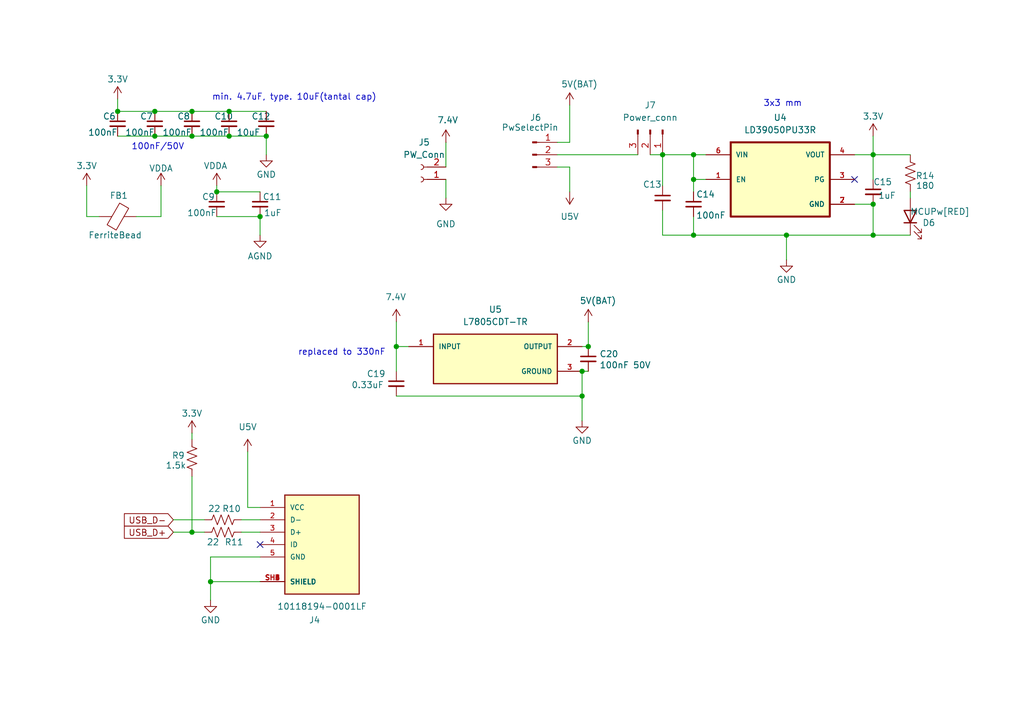
<source format=kicad_sch>
(kicad_sch (version 20231120) (generator "eeschema") (generator_version "8.0")
  (paper "A5")
  (lib_symbols
    (symbol "10118194-0001LF:10118194-0001LF" (pin_names (offset 1.016))
      (property "Reference" "J" (at -7.62 10.922 0))
      (property "Value" "10118194-0001LF" (at -7.62 -12.7 0))
      (symbol "10118194-0001LF_0_0"
        (rectangle (start -7.62 -10.16) (end 7.62 10.16) (stroke (width 0.254)) (fill (type background)))
        (pin power_in line (at -12.7 7.62 0) (length 5.08) (name "VCC") (number "1"))
        (pin bidirectional line (at -12.7 5.08 0) (length 5.08) (name "D-") (number "2"))
        (pin bidirectional line (at -12.7 2.54 0) (length 5.08) (name "D+") (number "3"))
        (pin bidirectional line (at -12.7 0 0) (length 5.08) (name "ID") (number "4"))
        (pin power_in line (at -12.7 -2.54 0) (length 5.08) (name "GND") (number "5"))
        (pin passive line (at -12.7 -7.62 0) (length 5.08) (name "SHIELD") (number "SH1"))
        (pin passive line (at -12.7 -7.62 0) (length 5.08) (name "SHIELD") (number "SH2"))
        (pin passive line (at -12.7 -7.62 0) (length 5.08) (name "SHIELD") (number "SH3"))
        (pin passive line (at -12.7 -7.62 0) (length 5.08) (name "SHIELD") (number "SH4"))
        (pin passive line (at -12.7 -7.62 0) (length 5.08) (name "SHIELD") (number "SH5"))
        (pin passive line (at -12.7 -7.62 0) (length 5.08) (name "SHIELD") (number "SH6"))
      )
    )
    (symbol "Connector:Conn_01x02_Socket" (pin_names (offset 1.016) hide)
      (property "Reference" "J" (at 0 2.54 0))
      (property "Value" "Conn_01x02_Socket" (at 0 -5.08 0))
      (symbol "Conn_01x02_Socket_1_1"
        (arc (start 0 -2.032) (mid -0.5058 -2.54) (end 0 -3.048) (stroke (width 0.1524)))
        (polyline (pts (xy -1.27 -2.54) (xy -0.508 -2.54)) (stroke (width 0.1524)))
        (polyline (pts (xy -1.27 0) (xy -0.508 0)) (stroke (width 0.1524)))
        (arc (start 0 0.508) (mid -0.5058 0) (end 0 -0.508) (stroke (width 0.1524)))
        (pin passive line (at -5.08 0 0) (length 3.81) (name "Pin_1") (number "1"))
        (pin passive line (at -5.08 -2.54 0) (length 3.81) (name "Pin_2") (number "2"))
      )
    )
    (symbol "Connector:Conn_01x03_Pin" (pin_names (offset 1.016) hide)
      (property "Reference" "J" (at 0 5.08 0))
      (property "Value" "Conn_01x03_Pin" (at 0 -5.08 0))
      (symbol "Conn_01x03_Pin_1_1"
        (polyline (pts (xy 1.27 -2.54) (xy 0.8636 -2.54)) (stroke (width 0.1524)))
        (polyline (pts (xy 1.27 0) (xy 0.8636 0)) (stroke (width 0.1524)))
        (polyline (pts (xy 1.27 2.54) (xy 0.8636 2.54)) (stroke (width 0.1524)))
        (rectangle (start 0.8636 -2.413) (end 0 -2.667) (stroke (width 0.1524)) (fill (type outline)))
        (rectangle (start 0.8636 0.127) (end 0 -0.127) (stroke (width 0.1524)) (fill (type outline)))
        (rectangle (start 0.8636 2.667) (end 0 2.413) (stroke (width 0.1524)) (fill (type outline)))
        (pin passive line (at 5.08 2.54 180) (length 3.81) (name "Pin_1") (number "1"))
        (pin passive line (at 5.08 0 180) (length 3.81) (name "Pin_2") (number "2"))
        (pin passive line (at 5.08 -2.54 180) (length 3.81) (name "Pin_3") (number "3"))
      )
    )
    (symbol "Device:C_Small" (pin_numbers hide) (pin_names (offset 0.254) hide)
      (property "Reference" "C" (at 0.254 1.778 0))
      (property "Value" "C_Small" (at 0.254 -2.032 0))
      (symbol "C_Small_0_1"
        (polyline (pts (xy -1.524 -0.508) (xy 1.524 -0.508)) (stroke (width 0.3302)))
        (polyline (pts (xy -1.524 0.508) (xy 1.524 0.508)) (stroke (width 0.3048)))
      )
      (symbol "C_Small_1_1"
        (pin passive line (at 0 2.54 270) (length 2.032) (name "~") (number "1"))
        (pin passive line (at 0 -2.54 90) (length 2.032) (name "~") (number "2"))
      )
    )
    (symbol "Device:FerriteBead" (pin_numbers hide) (pin_names (offset 0))
      (property "Reference" "FB" (at -3.81 0.635 90))
      (property "Value" "FerriteBead" (at 3.81 0 90))
      (symbol "FerriteBead_0_1"
        (polyline (pts (xy 0 -1.27) (xy 0 -1.2192)))
        (polyline (pts (xy 0 1.27) (xy 0 1.2954)))
        (polyline (pts (xy -2.7686 0.4064) (xy -1.7018 2.2606) (xy 2.7686 -0.3048) (xy 1.6764 -2.159) (xy -2.7686 0.4064)))
      )
      (symbol "FerriteBead_1_1"
        (pin passive line (at 0 3.81 270) (length 2.54) (name "~") (number "1"))
        (pin passive line (at 0 -3.81 90) (length 2.54) (name "~") (number "2"))
      )
    )
    (symbol "Device:LED" (pin_numbers hide) (pin_names (offset 1.016) hide)
      (property "Reference" "D" (at 0 2.54 0))
      (property "Value" "LED" (at 0 -2.54 0))
      (symbol "LED_0_1"
        (polyline (pts (xy -1.27 -1.27) (xy -1.27 1.27)) (stroke (width 0.254)))
        (polyline (pts (xy -1.27 0) (xy 1.27 0)))
        (polyline (pts (xy 1.27 -1.27) (xy 1.27 1.27) (xy -1.27 0) (xy 1.27 -1.27)) (stroke (width 0.254)))
        (polyline (pts (xy -3.048 -0.762) (xy -4.572 -2.286) (xy -3.81 -2.286) (xy -4.572 -2.286) (xy -4.572 -1.524)))
        (polyline (pts (xy -1.778 -0.762) (xy -3.302 -2.286) (xy -2.54 -2.286) (xy -3.302 -2.286) (xy -3.302 -1.524)))
      )
      (symbol "LED_1_1"
        (pin passive line (at -3.81 0 0) (length 2.54) (name "K") (number "1"))
        (pin passive line (at 3.81 0 180) (length 2.54) (name "A") (number "2"))
      )
    )
    (symbol "Device:R_US" (pin_numbers hide) (pin_names (offset 0))
      (property "Reference" "R" (at 2.54 0 90))
      (property "Value" "R_US" (at -2.54 0 90))
      (symbol "R_US_0_1"
        (polyline (pts (xy 0 -2.286) (xy 0 -2.54)))
        (polyline (pts (xy 0 2.286) (xy 0 2.54)))
        (polyline (pts (xy 0 -0.762) (xy 1.016 -1.143) (xy 0 -1.524) (xy -1.016 -1.905) (xy 0 -2.286)))
        (polyline (pts (xy 0 0.762) (xy 1.016 0.381) (xy 0 0) (xy -1.016 -0.381) (xy 0 -0.762)))
        (polyline (pts (xy 0 2.286) (xy 1.016 1.905) (xy 0 1.524) (xy -1.016 1.143) (xy 0 0.762)))
      )
      (symbol "R_US_1_1"
        (pin passive line (at 0 3.81 270) (length 1.27) (name "~") (number "1"))
        (pin passive line (at 0 -3.81 90) (length 1.27) (name "~") (number "2"))
      )
    )
    (symbol "L7805CDT-TR:L7805CDT-TR" (pin_names (offset 1.016))
      (property "Reference" "U" (at -12.7 5.588 0))
      (property "Value" "L7805CDT-TR" (at -12.7 -7.62 0))
      (symbol "L7805CDT-TR_0_0"
        (rectangle (start -12.7 -5.08) (end 12.7 5.08) (stroke (width 0.254)) (fill (type background)))
        (pin input line (at -17.78 2.54 0) (length 5.08) (name "INPUT") (number "1"))
        (pin output line (at 17.78 2.54 180) (length 5.08) (name "OUTPUT") (number "2"))
        (pin power_in line (at 17.78 -2.54 180) (length 5.08) (name "GROUND") (number "3"))
      )
    )
    (symbol "LD39050PU33R:LD39050PU33R" (pin_names (offset 1.016))
      (property "Reference" "U" (at -10.16 8.62 0))
      (property "Value" "LD39050PU33R" (at -10.16 -11.62 0))
      (symbol "LD39050PU33R_0_0"
        (rectangle (start -10.16 -7.62) (end 10.16 7.62) (stroke (width 0.41)) (fill (type background)))
        (pin input line (at -15.24 0 0) (length 5.08) (name "EN") (number "1"))
        (pin power_in line (at 15.24 -5.08 180) (length 5.08) (name "GND") (number "2"))
        (pin bidirectional line (at 15.24 0 180) (length 5.08) (name "PG") (number "3"))
        (pin output line (at 15.24 5.08 180) (length 5.08) (name "VOUT") (number "4"))
        (pin power_in line (at -15.24 5.08 0) (length 5.08) (name "VIN") (number "6"))
        (pin power_in line (at 15.24 -5.08 180) (length 5.08) (name "GND") (number "7"))
      )
    )
    (symbol "power:GND" (power) (pin_numbers hide) (pin_names (offset 0) hide)
      (property "Value" "GND" (at 0 -3.81 0))
      (symbol "GND_0_1"
        (polyline (pts (xy 0 0) (xy 0 -1.27) (xy 1.27 -1.27) (xy 0 -2.54) (xy -1.27 -1.27) (xy 0 -1.27)))
      )
      (symbol "GND_1_1"
        (pin power_in line (at 0 0 270) (length 0) (name "~") (number "1"))
      )
    )
    (symbol "power:VCC" (power) (pin_numbers hide) (pin_names (offset 0) hide)
      (property "Value" "VCC" (at 0 3.556 0))
      (symbol "VCC_0_1"
        (polyline (pts (xy -0.762 1.27) (xy 0 2.54)))
        (polyline (pts (xy 0 0) (xy 0 2.54)))
        (polyline (pts (xy 0 2.54) (xy 0.762 1.27)))
      )
      (symbol "VCC_1_1"
        (pin power_in line (at 0 0 90) (length 0) (name "~") (number "1"))
      )
    )
    (symbol "power:VDD" (power) (pin_numbers hide) (pin_names (offset 0) hide)
      (property "Value" "VDD" (at 0 3.556 0))
      (symbol "VDD_0_1"
        (polyline (pts (xy -0.762 1.27) (xy 0 2.54)))
        (polyline (pts (xy 0 0) (xy 0 2.54)))
        (polyline (pts (xy 0 2.54) (xy 0.762 1.27)))
      )
      (symbol "VDD_1_1"
        (pin power_in line (at 0 0 90) (length 0) (name "~") (number "1"))
      )
    )
  )
  (junction (at 142.24 31.75))
  (junction (at 31.75 22.86))
  (junction (at 53.34 44.45))
  (junction (at 119.38 81.28))
  (junction (at 135.89 31.75))
  (junction (at 44.45 39.37))
  (junction (at 179.07 41.91))
  (junction (at 24.13 22.86))
  (junction (at 142.24 48.26))
  (junction (at 120.65 71.12))
  (junction (at 81.28 71.12))
  (junction (at 39.37 27.94))
  (junction (at 119.38 76.2))
  (junction (at 43.18 119.38))
  (junction (at 39.37 22.86))
  (junction (at 179.07 31.75))
  (junction (at 54.61 27.94))
  (junction (at 46.99 27.94))
  (junction (at 31.75 27.94))
  (junction (at 39.37 109.22))
  (junction (at 142.24 36.83))
  (junction (at 46.99 22.86))
  (junction (at 179.07 48.26))
  (junction (at 161.29 48.26))
  (no_connect (at 175.26 36.83))
  (no_connect (at 53.34 111.76))
  (wire (pts (xy 49.53 109.22) (xy 53.34 109.22)))
  (wire (pts (xy 116.84 29.21) (xy 114.3 29.21)))
  (wire (pts (xy 50.8 104.14) (xy 53.34 104.14)))
  (wire (pts (xy 39.37 109.22) (xy 41.91 109.22)))
  (wire (pts (xy 179.07 31.75) (xy 186.69 31.75)))
  (wire (pts (xy 43.18 123.19) (xy 43.18 119.38)))
  (wire (pts (xy 175.26 41.91) (xy 179.07 41.91)))
  (wire (pts (xy 35.56 109.22) (xy 39.37 109.22)))
  (wire (pts (xy 39.37 88.9) (xy 39.37 90.17)))
  (wire (pts (xy 24.13 22.86) (xy 31.75 22.86)))
  (wire (pts (xy 142.24 48.26) (xy 161.29 48.26)))
  (wire (pts (xy 53.34 48.26) (xy 53.34 44.45)))
  (wire (pts (xy 119.38 81.28) (xy 119.38 86.36)))
  (wire (pts (xy 33.02 44.45) (xy 27.94 44.45)))
  (wire (pts (xy 39.37 27.94) (xy 46.99 27.94)))
  (wire (pts (xy 39.37 97.79) (xy 39.37 109.22)))
  (wire (pts (xy 35.56 106.68) (xy 41.91 106.68)))
  (wire (pts (xy 39.37 22.86) (xy 46.99 22.86)))
  (wire (pts (xy 133.35 31.75) (xy 135.89 31.75)))
  (wire (pts (xy 114.3 31.75) (xy 130.81 31.75)))
  (wire (pts (xy 135.89 43.18) (xy 135.89 48.26)))
  (wire (pts (xy 116.84 21.59) (xy 116.84 29.21)))
  (wire (pts (xy 119.38 76.2) (xy 120.65 76.2)))
  (wire (pts (xy 43.18 119.38) (xy 43.18 114.3)))
  (wire (pts (xy 49.53 106.68) (xy 53.34 106.68)))
  (wire (pts (xy 186.69 39.37) (xy 186.69 40.64)))
  (wire (pts (xy 135.89 48.26) (xy 142.24 48.26)))
  (wire (pts (xy 91.44 36.83) (xy 91.44 40.64)))
  (wire (pts (xy 44.45 39.37) (xy 53.34 39.37)))
  (wire (pts (xy 31.75 22.86) (xy 39.37 22.86)))
  (wire (pts (xy 46.99 27.94) (xy 54.61 27.94)))
  (wire (pts (xy 31.75 27.94) (xy 39.37 27.94)))
  (wire (pts (xy 33.02 44.45) (xy 33.02 38.1)))
  (wire (pts (xy 142.24 36.83) (xy 144.78 36.83)))
  (wire (pts (xy 43.18 114.3) (xy 53.34 114.3)))
  (wire (pts (xy 179.07 27.94) (xy 179.07 31.75)))
  (wire (pts (xy 81.28 66.04) (xy 81.28 71.12)))
  (wire (pts (xy 142.24 36.83) (xy 142.24 39.37)))
  (wire (pts (xy 161.29 48.26) (xy 179.07 48.26)))
  (wire (pts (xy 24.13 27.94) (xy 31.75 27.94)))
  (wire (pts (xy 91.44 29.21) (xy 91.44 34.29)))
  (wire (pts (xy 50.8 92.71) (xy 50.8 104.14)))
  (wire (pts (xy 17.78 44.45) (xy 20.32 44.45)))
  (wire (pts (xy 120.65 71.12) (xy 119.38 71.12)))
  (wire (pts (xy 44.45 44.45) (xy 53.34 44.45)))
  (wire (pts (xy 179.07 31.75) (xy 175.26 31.75)))
  (wire (pts (xy 17.78 38.1) (xy 17.78 44.45)))
  (wire (pts (xy 116.84 34.29) (xy 114.3 34.29)))
  (wire (pts (xy 81.28 71.12) (xy 81.28 76.2)))
  (wire (pts (xy 43.18 119.38) (xy 53.34 119.38)))
  (wire (pts (xy 135.89 31.75) (xy 142.24 31.75)))
  (wire (pts (xy 179.07 48.26) (xy 186.69 48.26)))
  (wire (pts (xy 54.61 31.75) (xy 54.61 27.94)))
  (wire (pts (xy 24.13 20.32) (xy 24.13 22.86)))
  (wire (pts (xy 116.84 39.37) (xy 116.84 34.29)))
  (wire (pts (xy 120.65 66.04) (xy 120.65 71.12)))
  (wire (pts (xy 179.07 48.26) (xy 179.07 41.91)))
  (wire (pts (xy 142.24 31.75) (xy 144.78 31.75)))
  (wire (pts (xy 44.45 38.1) (xy 44.45 39.37)))
  (wire (pts (xy 142.24 31.75) (xy 142.24 36.83)))
  (wire (pts (xy 135.89 31.75) (xy 135.89 38.1)))
  (wire (pts (xy 161.29 53.34) (xy 161.29 48.26)))
  (wire (pts (xy 83.82 71.12) (xy 81.28 71.12)))
  (wire (pts (xy 179.07 36.83) (xy 179.07 31.75)))
  (wire (pts (xy 81.28 81.28) (xy 119.38 81.28)))
  (wire (pts (xy 119.38 76.2) (xy 119.38 81.28)))
  (wire (pts (xy 46.99 22.86) (xy 54.61 22.86)))
  (wire (pts (xy 142.24 44.45) (xy 142.24 48.26)))
  (text "replaced to 330nF" (at 70.104 72.39 0) (effects (font (size 1.27 1.27))))
  (text "min. 4.7uF, type. 10uF(tantal cap)" (at 43.434 19.304 0) (effects (font (size 1.27 1.27)) (justify left top)))
  (text "출력 전력 핀" (at 179.832 27.432 0) (effects (font (size 1.27 1.27))))
  (text "3x3 mm" (at 160.528 21.336 0) (effects (font (size 1.27 1.27))))
  (text "100nF/50V" (at 26.924 29.464 0) (effects (font (size 1.27 1.27)) (justify left top)))
  (global_label "USB_D+" (shape input) (at 35.56 109.22 180) (property "Intersheetrefs" "${INTERSHEET_REFS}" (effects (hide yes))))
  (global_label "USB_D-" (shape input) (at 35.56 106.68 180) (property "Intersheetrefs" "${INTERSHEET_REFS}" (effects (hide yes))))
  (symbol (lib_id "power:VDD") (at 24.13 20.32 0) (unit 1)
    (property "Reference" "#PWR022" (effects (hide yes)))
    (property "Value" "3.3V" (at 24.13 16.256 0))
    (property "Description" "Power symbol creates a global label with name \"VDD\"" (effects (hide yes)))
  )
  (symbol (lib_id "Device:C_Small") (at 54.61 25.4 0) (unit 1)
    (property "Reference" "C12" (at 51.562 23.876 0) (effects (justify left)))
    (property "Value" "10uF" (at 48.514 27.178 0) (effects (justify left)))
    (property "Footprint" "Capacitor_SMD:C_0603_1608Metric" (effects (hide yes)))
    (property "Description" "Unpolarized capacitor, small symbol" (effects (hide yes)))
  )
  (symbol (lib_id "Device:R_US") (at 45.72 109.22 270) (unit 1)
    (property "Reference" "R11" (at 48.006 111.252 90))
    (property "Value" "22" (at 43.688 111.252 90))
    (property "Footprint" "Resistor_SMD:R_0603_1608Metric" (effects (hide yes)))
    (property "Description" "Resistor, US symbol" (effects (hide yes)))
  )
  (symbol (lib_id "Device:C_Small") (at 39.37 25.4 0) (unit 1)
    (property "Reference" "C8" (at 36.322 23.876 0) (effects (justify left)))
    (property "Value" "100nF" (at 33.274 27.178 0) (effects (justify left)))
    (property "Footprint" "Capacitor_SMD:C_0603_1608Metric" (effects (hide yes)))
    (property "Description" "Unpolarized capacitor, small symbol" (effects (hide yes)))
  )
  (symbol (lib_id "power:GND") (at 119.38 86.36 0) (unit 1)
    (property "Reference" "#PWR056" (effects (hide yes)))
    (property "Value" "GND" (at 119.38 90.424 0))
    (property "Description" "Power symbol creates a global label with name \"GND\" , ground" (effects (hide yes)))
  )
  (symbol (lib_id "Device:FerriteBead") (at 24.13 44.45 270) (unit 1)
    (property "Reference" "FB1" (at 24.384 40.132 90))
    (property "Value" "FerriteBead" (at 23.622 48.26 90))
    (property "Footprint" "Inductor_SMD:L_0603_1608Metric" (effects (hide yes)))
    (property "Description" "Ferrite bead" (effects (hide yes)))
  )
  (symbol (lib_id "Connector:Conn_01x03_Pin") (at 133.35 26.67 270) (unit 1)
    (property "Reference" "J7" (at 133.35 21.59 90))
    (property "Value" "Power_conn" (at 133.35 24.13 90))
    (property "Footprint" "SS-12D00-G3:SS-12D00" (effects (hide yes)))
    (property "Description" "Generic connector, single row, 01x03, script generated" (effects (hide yes)))
  )
  (symbol (lib_id "Device:C_Small") (at 135.89 40.64 0) (unit 1)
    (property "Reference" "C13" (at 131.826 37.846 0) (effects (justify left)))
    (property "Value" "1uF" (effects (hide yes)))
    (property "Footprint" "Capacitor_SMD:C_0603_1608Metric" (effects (hide yes)))
    (property "Description" "Unpolarized capacitor, small symbol" (effects (hide yes)))
  )
  (symbol (lib_id "power:GND") (at 53.34 48.26 0) (unit 1)
    (property "Reference" "#PWR028" (effects (hide yes)))
    (property "Value" "AGND" (at 53.34 52.578 0))
    (property "Description" "Power symbol creates a global label with name \"GND\" , ground" (effects (hide yes)))
  )
  (symbol (lib_id "Device:C_Small") (at 81.28 78.74 0) (unit 1)
    (property "Reference" "C19" (at 75.184 76.708 0) (effects (justify left)))
    (property "Value" "0.33uF" (at 78.74 78.994 0) (effects (justify right)))
    (property "Footprint" "Capacitor_SMD:C_0603_1608Metric" (effects (hide yes)))
    (property "Description" "Unpolarized capacitor, small symbol" (effects (hide yes)))
  )
  (symbol (lib_id "power:VDD") (at 39.37 88.9 0) (unit 1)
    (property "Reference" "#PWR026" (effects (hide yes)))
    (property "Value" "3.3V" (at 39.37 84.836 0))
    (property "Description" "Power symbol creates a global label with name \"VDD\"" (effects (hide yes)))
  )
  (symbol (lib_id "power:VCC") (at 120.65 66.04 0) (unit 1)
    (property "Reference" "#PWR033" (effects (hide yes)))
    (property "Value" "5V(BAT)" (at 118.872 61.722 0) (effects (justify left)))
    (property "Description" "Power symbol creates a global label with name \"VCC\"" (effects (hide yes)))
  )
  (symbol (lib_id "power:VDD") (at 179.07 27.94 0) (unit 1)
    (property "Reference" "#PWR052" (effects (hide yes)))
    (property "Value" "3.3V" (at 179.07 23.876 0))
    (property "Description" "Power symbol creates a global label with name \"VDD\"" (effects (hide yes)))
  )
  (symbol (lib_id "power:VDD") (at 17.78 38.1 0) (unit 1)
    (property "Reference" "#PWR039" (effects (hide yes)))
    (property "Value" "3.3V" (at 17.78 34.036 0))
    (property "Description" "Power symbol creates a global label with name \"VDD\"" (effects (hide yes)))
  )
  (symbol (lib_id "Device:C_Small") (at 53.34 41.91 0) (unit 1)
    (property "Reference" "C11" (at 53.848 40.386 0) (effects (justify left)))
    (property "Value" "1uF" (at 54.102 43.688 0) (effects (justify left)))
    (property "Footprint" "Capacitor_SMD:C_0603_1608Metric" (effects (hide yes)))
    (property "Description" "Unpolarized capacitor, small symbol" (effects (hide yes)))
  )
  (symbol (lib_id "Device:C_Small") (at 120.65 73.66 0) (unit 1)
    (property "Reference" "C20" (at 122.936 72.644 0) (effects (justify left)))
    (property "Value" "100nF 50V" (at 122.936 74.93 0) (effects (justify left)))
    (property "Footprint" "Capacitor_SMD:C_0603_1608Metric" (effects (hide yes)))
    (property "Description" "Unpolarized capacitor, small symbol" (effects (hide yes)))
  )
  (symbol (lib_id "Connector:Conn_01x03_Pin") (at 109.22 31.75 0) (unit 1)
    (property "Reference" "J6" (at 109.855 24.13 0))
    (property "Value" "PwSelectPin" (at 108.712 26.162 0))
    (property "Footprint" "Connector_PinHeader_2.54mm:PinHeader_1x03_P2.54mm_Vertical" (effects (hide yes)))
    (property "Description" "Generic connector, single row, 01x03, script generated" (effects (hide yes)))
  )
  (symbol (lib_id "10118194-0001LF:10118194-0001LF") (at 66.04 111.76 0) (unit 1)
    (property "Reference" "J4" (at 64.516 127.254 0))
    (property "Value" "10118194-0001LF" (at 66.04 124.46 0))
    (property "Footprint" "10118194-0001LF:AMPHENOL_10118194-0001LF" (effects (hide yes)))
    (property "MF" "Amphenol ICC" (effects (hide yes)))
    (property "MAXIMUM_PACKAGE_HEIGHT" "2.66mm" (effects (hide yes)))
    (property "Package" "None" (effects (hide yes)))
    (property "Price" "None" (effects (hide yes)))
    (property "Check_prices" "https://www.snapeda.com/parts/10118194-0001LF/Amphenol+FCI/view-part/?ref=eda" (effects (hide yes)))
    (property "STANDARD" "Manufacturer Recommendations" (effects (hide yes)))
    (property "PARTREV" "D" (effects (hide yes)))
    (property "SnapEDA_Link" "https://www.snapeda.com/parts/10118194-0001LF/Amphenol+FCI/view-part/?ref=snap" (effects (hide yes)))
    (property "MP" "10118194-0001LF" (effects (hide yes)))
    (property "Purchase-URL" "https://www.snapeda.com/api/url_track_click_mouser/?unipart_id=47625&manufacturer=Amphenol ICC&part_name=10118194-0001LF&search_term=10118194-0001lf" (effects (hide yes)))
    (property "Description_1" "\nMicro USB, Input Output Connectors, B TYPE RECEPTACLE with flange\n" (effects (hide yes)))
    (property "Availability" "In Stock" (effects (hide yes)))
    (property "MANUFACTURER" "Amphenol" (effects (hide yes)))
  )
  (symbol (lib_id "Device:LED") (at 186.69 44.45 90) (unit 1)
    (property "Reference" "D6" (at 190.5 45.72 90))
    (property "Value" "MCUPw[RED]" (at 192.786 43.434 90))
    (property "Footprint" "LED_SMD:LED_0805_2012Metric" (effects (hide yes)))
    (property "Description" "Light emitting diode" (effects (hide yes)))
  )
  (symbol (lib_id "Connector:Conn_01x02_Socket") (at 86.36 36.83 180) (unit 1)
    (property "Reference" "J5" (at 86.995 29.21 0))
    (property "Value" "PW_Conn" (at 86.995 31.75 0))
    (property "Footprint" "Connector_Molex:Molex_SPOX_5267-02A_1x02_P2.50mm_Vertical" (effects (hide yes)))
    (property "Description" "Generic connector, single row, 01x02, script generated" (effects (hide yes)))
  )
  (symbol (lib_id "power:GND") (at 91.44 40.64 0) (unit 1)
    (property "Reference" "#PWR031" (effects (hide yes)))
    (property "Value" "GND" (at 91.44 45.974 0))
    (property "Description" "Power symbol creates a global label with name \"GND\" , ground" (effects (hide yes)))
  )
  (symbol (lib_id "power:VCC") (at 50.8 92.71 0) (unit 1)
    (property "Reference" "#PWR030" (effects (hide yes)))
    (property "Value" "U5V" (at 50.8 87.63 0))
    (property "Description" "Power symbol creates a global label with name \"VCC\"" (effects (hide yes)))
  )
  (symbol (lib_id "power:VCC") (at 81.28 66.04 0) (unit 1)
    (property "Reference" "#PWR032" (effects (hide yes)))
    (property "Value" "7.4V" (at 78.994 60.96 0) (effects (justify left)))
    (property "Description" "Power symbol creates a global label with name \"VCC\"" (effects (hide yes)))
  )
  (symbol (lib_id "power:GND") (at 43.18 123.19 0) (unit 1)
    (property "Reference" "#PWR027" (effects (hide yes)))
    (property "Value" "GND" (at 43.18 127.254 0))
    (property "Description" "Power symbol creates a global label with name \"GND\" , ground" (effects (hide yes)))
  )
  (symbol (lib_id "Device:C_Small") (at 31.75 25.4 0) (unit 1)
    (property "Reference" "C7" (at 28.702 23.876 0) (effects (justify left)))
    (property "Value" "100nF" (at 25.654 27.178 0) (effects (justify left)))
    (property "Footprint" "Capacitor_SMD:C_0603_1608Metric" (effects (hide yes)))
    (property "Description" "Unpolarized capacitor, small symbol" (effects (hide yes)))
  )
  (symbol (lib_id "power:VCC") (at 33.02 38.1 0) (unit 1)
    (property "Reference" "#PWR024" (effects (hide yes)))
    (property "Value" "VDDA" (at 33.02 34.544 0))
    (property "Description" "Power symbol creates a global label with name \"VCC\"" (effects (hide yes)))
  )
  (symbol (lib_id "power:VCC") (at 116.84 39.37 180) (unit 1)
    (property "Reference" "#PWR037" (effects (hide yes)))
    (property "Value" "U5V" (at 116.84 44.45 0))
    (property "Description" "Power symbol creates a global label with name \"VCC\"" (effects (hide yes)))
  )
  (symbol (lib_id "power:VCC") (at 91.44 29.21 0) (unit 1)
    (property "Reference" "#PWR034" (effects (hide yes)))
    (property "Value" "7.4V" (at 89.662 24.638 0) (effects (justify left)))
    (property "Description" "Power symbol creates a global label with name \"VCC\"" (effects (hide yes)))
  )
  (symbol (lib_id "power:VCC") (at 44.45 38.1 0) (unit 1)
    (property "Reference" "#PWR025" (effects (hide yes)))
    (property "Value" "VDDA" (at 44.196 34.036 0))
    (property "Description" "Power symbol creates a global label with name \"VCC\"" (effects (hide yes)))
  )
  (symbol (lib_id "Device:C_Small") (at 179.07 39.37 0) (unit 1)
    (property "Reference" "C15" (at 179.07 37.338 0) (effects (justify left)))
    (property "Value" "1uF" (at 180.086 40.132 0) (effects (justify left)))
    (property "Footprint" "Capacitor_SMD:C_0603_1608Metric" (effects (hide yes)))
    (property "Description" "Unpolarized capacitor, small symbol" (effects (hide yes)))
  )
  (symbol (lib_id "Device:R_US") (at 45.72 106.68 270) (unit 1)
    (property "Reference" "R10" (at 47.498 104.394 90))
    (property "Value" "22" (at 43.942 104.394 90))
    (property "Footprint" "Resistor_SMD:R_0603_1608Metric" (effects (hide yes)))
    (property "Description" "Resistor, US symbol" (effects (hide yes)))
  )
  (symbol (lib_id "Device:R_US") (at 39.37 93.98 0) (unit 1)
    (property "Reference" "R9" (at 36.576 93.472 0))
    (property "Value" "1.5k" (at 36.068 95.504 0))
    (property "Footprint" "Resistor_SMD:R_0603_1608Metric" (effects (hide yes)))
    (property "Description" "Resistor, US symbol" (effects (hide yes)))
  )
  (symbol (lib_id "power:GND") (at 161.29 53.34 0) (unit 1)
    (property "Reference" "#PWR038" (effects (hide yes)))
    (property "Value" "GND" (at 161.29 57.404 0))
    (property "Description" "Power symbol creates a global label with name \"GND\" , ground" (effects (hide yes)))
  )
  (symbol (lib_id "Device:C_Small") (at 142.24 41.91 0) (unit 1)
    (property "Reference" "C14" (at 142.748 39.878 0) (effects (justify left)))
    (property "Value" "100nF" (at 142.748 44.196 0) (effects (justify left)))
    (property "Footprint" "Capacitor_SMD:C_0603_1608Metric" (effects (hide yes)))
    (property "Description" "Unpolarized capacitor, small symbol" (effects (hide yes)))
  )
  (symbol (lib_id "L7805CDT-TR:L7805CDT-TR") (at 101.6 73.66 0) (unit 1)
    (property "Reference" "U5" (at 101.6 63.5 0))
    (property "Value" "L7805CDT-TR" (at 101.6 66.04 0))
    (property "Footprint" "L7805CDT-TR:VREG_L7805CDT-TR" (effects (hide yes)))
    (property "MF" "STMicroelectronics" (effects (hide yes)))
    (property "Description_1" "\n                        \n                            Linear Voltage Regulator IC Positive Fixed 1 Output  1.5A DPAK\n                        \n" (effects (hide yes)))
    (property "Package" "DPAK STMicroelectronics" (effects (hide yes)))
    (property "Price" "None" (effects (hide yes)))
    (property "Check_prices" "https://www.snapeda.com/parts/L7805CDT-TR/STMicroelectronics/view-part/?ref=eda" (effects (hide yes)))
    (property "STANDARD" "IPC-7351B" (effects (hide yes)))
    (property "PARTREV" "36" (effects (hide yes)))
    (property "SnapEDA_Link" "https://www.snapeda.com/parts/L7805CDT-TR/STMicroelectronics/view-part/?ref=snap" (effects (hide yes)))
    (property "MP" "L7805CDT-TR" (effects (hide yes)))
    (property "Availability" "In Stock" (effects (hide yes)))
    (property "MANUFACTURER" "STMicroelectronics" (effects (hide yes)))
  )
  (symbol (lib_id "Device:C_Small") (at 46.99 25.4 0) (unit 1)
    (property "Reference" "C10" (at 43.942 23.876 0) (effects (justify left)))
    (property "Value" "100nF" (at 40.894 27.178 0) (effects (justify left)))
    (property "Footprint" "Capacitor_SMD:C_0603_1608Metric" (effects (hide yes)))
    (property "Description" "Unpolarized capacitor, small symbol" (effects (hide yes)))
  )
  (symbol (lib_id "power:VCC") (at 116.84 21.59 0) (unit 1)
    (property "Reference" "#PWR036" (effects (hide yes)))
    (property "Value" "5V(BAT)" (at 115.062 17.272 0) (effects (justify left)))
    (property "Description" "Power symbol creates a global label with name \"VCC\"" (effects (hide yes)))
  )
  (symbol (lib_id "Device:R_US") (at 186.69 35.56 0) (unit 1)
    (property "Reference" "R14" (at 189.738 36.068 0))
    (property "Value" "180" (at 189.738 38.1 0))
    (property "Footprint" "Resistor_SMD:R_0603_1608Metric" (effects (hide yes)))
    (property "Description" "Resistor, US symbol" (effects (hide yes)))
  )
  (symbol (lib_id "power:GND") (at 54.61 31.75 0) (unit 1)
    (property "Reference" "#PWR029" (effects (hide yes)))
    (property "Value" "GND" (at 54.61 35.814 0))
    (property "Description" "Power symbol creates a global label with name \"GND\" , ground" (effects (hide yes)))
  )
  (symbol (lib_id "Device:C_Small") (at 44.45 41.91 0) (unit 1)
    (property "Reference" "C9" (at 41.402 40.386 0) (effects (justify left)))
    (property "Value" "100nF" (at 38.354 43.688 0) (effects (justify left)))
    (property "Footprint" "Capacitor_SMD:C_0603_1608Metric" (effects (hide yes)))
    (property "Description" "Unpolarized capacitor, small symbol" (effects (hide yes)))
  )
  (symbol (lib_id "LD39050PU33R:LD39050PU33R") (at 160.02 36.83 0) (unit 1)
    (property "Reference" "U4" (at 160.02 24.13 0))
    (property "Value" "LD39050PU33R" (at 160.02 26.67 0))
    (property "Footprint" "LD39050PU33R:SON95P300X300X100-7N" (effects (hide yes)))
    (property "MF" "STMicroelectronics" (effects (hide yes)))
    (property "DIGI-KEY_PURCHASE_URL" "https://www.digikey.ph/product-detail/en/stmicroelectronics/LD39050PU33R/497-8716-1-ND/2039901?utm_source=snapeda&utm_medium=aggregator&utm_campaign=symbol" (effects (hide yes)))
    (property "Description_1" "\nLinear Voltage Regulator IC Positive Fixed 1 Output 500mA 6-DFN (3x3)\n" (effects (hide yes)))
    (property "PACKAGE" "DFN-6 STMicroelectronics" (effects (hide yes)))
    (property "Price" "None" (effects (hide yes)))
    (property "Package" "DFN-6 STMicroelectronics" (effects (hide yes)))
    (property "STANDARD" "IPC7351B" (effects (hide yes)))
    (property "SnapEDA_Link" "https://www.snapeda.com/parts/LD39050PU33R/STMicroelectronics/view-part/?ref=snap" (effects (hide yes)))
    (property "MP" "LD39050PU33R" (effects (hide yes)))
    (property "Purchase-URL" "https://www.snapeda.com/api/url_track_click_mouser/?unipart_id=424453&manufacturer=STMicroelectronics&part_name=LD39050PU33R&search_term=ld39050pu33r" (effects (hide yes)))
    (property "DIGI-KEY_PART_NUMBER" "497-8716-1-ND" (effects (hide yes)))
    (property "Availability" "In Stock" (effects (hide yes)))
    (property "Check_prices" "https://www.snapeda.com/parts/LD39050PU33R/STMicroelectronics/view-part/?ref=eda" (effects (hide yes)))
  )
  (symbol (lib_id "Device:C_Small") (at 24.13 25.4 0) (unit 1)
    (property "Reference" "C6" (at 21.082 23.876 0) (effects (justify left)))
    (property "Value" "100nF" (at 18.034 27.178 0) (effects (justify left)))
    (property "Footprint" "Capacitor_SMD:C_0603_1608Metric" (effects (hide yes)))
    (property "Description" "Unpolarized capacitor, small symbol" (effects (hide yes)))
  )
)
</source>
